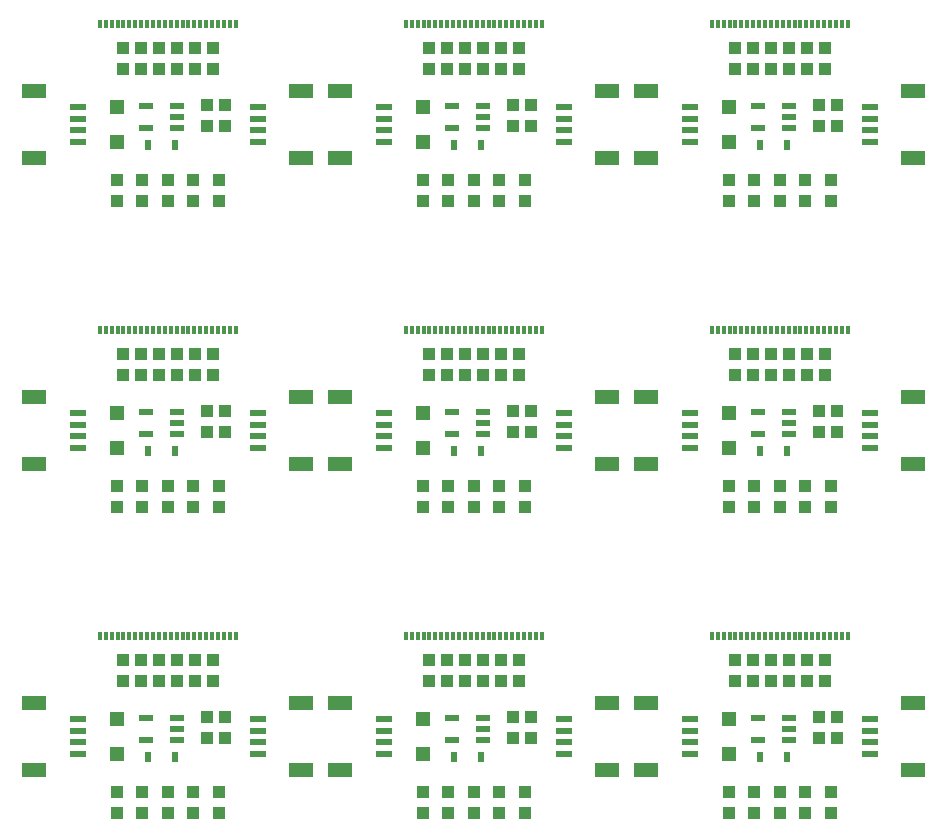
<source format=gtp>
G75*
%MOIN*%
%OFA0B0*%
%FSLAX25Y25*%
%IPPOS*%
%LPD*%
%AMOC8*
5,1,8,0,0,1.08239X$1,22.5*
%
%ADD10R,0.03937X0.04331*%
%ADD11R,0.02480X0.03268*%
%ADD12R,0.07874X0.04724*%
%ADD13R,0.05315X0.02362*%
%ADD14R,0.05118X0.05118*%
%ADD15R,0.01181X0.03150*%
%ADD16R,0.04724X0.02165*%
D10*
X0094144Y0053404D03*
X0094144Y0060096D03*
X0102644Y0060096D03*
X0102644Y0053404D03*
X0111144Y0053404D03*
X0111144Y0060096D03*
X0119644Y0060096D03*
X0119644Y0053404D03*
X0128144Y0053404D03*
X0128144Y0060096D03*
X0130144Y0078404D03*
X0124144Y0078404D03*
X0124144Y0085096D03*
X0130144Y0085096D03*
X0126144Y0097404D03*
X0120144Y0097404D03*
X0114144Y0097404D03*
X0108144Y0097404D03*
X0108144Y0104096D03*
X0114144Y0104096D03*
X0120144Y0104096D03*
X0126144Y0104096D03*
X0102144Y0104096D03*
X0096144Y0104096D03*
X0096144Y0097404D03*
X0102144Y0097404D03*
X0102644Y0155404D03*
X0094144Y0155404D03*
X0094144Y0162096D03*
X0102644Y0162096D03*
X0111144Y0162096D03*
X0111144Y0155404D03*
X0119644Y0155404D03*
X0119644Y0162096D03*
X0128144Y0162096D03*
X0128144Y0155404D03*
X0130144Y0180404D03*
X0124144Y0180404D03*
X0124144Y0187096D03*
X0130144Y0187096D03*
X0126144Y0199404D03*
X0120144Y0199404D03*
X0114144Y0199404D03*
X0108144Y0199404D03*
X0102144Y0199404D03*
X0096144Y0199404D03*
X0096144Y0206096D03*
X0102144Y0206096D03*
X0108144Y0206096D03*
X0114144Y0206096D03*
X0120144Y0206096D03*
X0126144Y0206096D03*
X0128144Y0257404D03*
X0128144Y0264096D03*
X0119644Y0264096D03*
X0119644Y0257404D03*
X0111144Y0257404D03*
X0111144Y0264096D03*
X0102644Y0264096D03*
X0102644Y0257404D03*
X0094144Y0257404D03*
X0094144Y0264096D03*
X0124144Y0282404D03*
X0130144Y0282404D03*
X0130144Y0289096D03*
X0124144Y0289096D03*
X0126144Y0301404D03*
X0120144Y0301404D03*
X0114144Y0301404D03*
X0108144Y0301404D03*
X0108144Y0308096D03*
X0114144Y0308096D03*
X0120144Y0308096D03*
X0126144Y0308096D03*
X0102144Y0308096D03*
X0096144Y0308096D03*
X0096144Y0301404D03*
X0102144Y0301404D03*
X0196144Y0264096D03*
X0196144Y0257404D03*
X0204644Y0257404D03*
X0204644Y0264096D03*
X0213144Y0264096D03*
X0213144Y0257404D03*
X0221644Y0257404D03*
X0221644Y0264096D03*
X0230144Y0264096D03*
X0230144Y0257404D03*
X0232144Y0282404D03*
X0226144Y0282404D03*
X0226144Y0289096D03*
X0232144Y0289096D03*
X0228144Y0301404D03*
X0222144Y0301404D03*
X0216144Y0301404D03*
X0216144Y0308096D03*
X0222144Y0308096D03*
X0228144Y0308096D03*
X0210144Y0308096D03*
X0204144Y0308096D03*
X0198144Y0308096D03*
X0198144Y0301404D03*
X0204144Y0301404D03*
X0210144Y0301404D03*
X0298144Y0264096D03*
X0298144Y0257404D03*
X0306644Y0257404D03*
X0306644Y0264096D03*
X0315144Y0264096D03*
X0315144Y0257404D03*
X0323644Y0257404D03*
X0323644Y0264096D03*
X0332144Y0264096D03*
X0332144Y0257404D03*
X0334144Y0282404D03*
X0328144Y0282404D03*
X0328144Y0289096D03*
X0334144Y0289096D03*
X0330144Y0301404D03*
X0324144Y0301404D03*
X0324144Y0308096D03*
X0330144Y0308096D03*
X0318144Y0308096D03*
X0312144Y0308096D03*
X0306144Y0308096D03*
X0300144Y0308096D03*
X0300144Y0301404D03*
X0306144Y0301404D03*
X0312144Y0301404D03*
X0318144Y0301404D03*
X0318144Y0206096D03*
X0312144Y0206096D03*
X0306144Y0206096D03*
X0300144Y0206096D03*
X0300144Y0199404D03*
X0306144Y0199404D03*
X0312144Y0199404D03*
X0318144Y0199404D03*
X0324144Y0199404D03*
X0330144Y0199404D03*
X0330144Y0206096D03*
X0324144Y0206096D03*
X0328144Y0187096D03*
X0334144Y0187096D03*
X0334144Y0180404D03*
X0328144Y0180404D03*
X0332144Y0162096D03*
X0323644Y0162096D03*
X0323644Y0155404D03*
X0332144Y0155404D03*
X0315144Y0155404D03*
X0315144Y0162096D03*
X0306644Y0162096D03*
X0306644Y0155404D03*
X0298144Y0155404D03*
X0298144Y0162096D03*
X0230144Y0162096D03*
X0230144Y0155404D03*
X0221644Y0155404D03*
X0221644Y0162096D03*
X0213144Y0162096D03*
X0213144Y0155404D03*
X0204644Y0155404D03*
X0204644Y0162096D03*
X0196144Y0162096D03*
X0196144Y0155404D03*
X0226144Y0180404D03*
X0232144Y0180404D03*
X0232144Y0187096D03*
X0226144Y0187096D03*
X0228144Y0199404D03*
X0222144Y0199404D03*
X0216144Y0199404D03*
X0210144Y0199404D03*
X0204144Y0199404D03*
X0198144Y0199404D03*
X0198144Y0206096D03*
X0204144Y0206096D03*
X0210144Y0206096D03*
X0216144Y0206096D03*
X0222144Y0206096D03*
X0228144Y0206096D03*
X0228144Y0104096D03*
X0222144Y0104096D03*
X0216144Y0104096D03*
X0216144Y0097404D03*
X0222144Y0097404D03*
X0228144Y0097404D03*
X0226144Y0085096D03*
X0232144Y0085096D03*
X0232144Y0078404D03*
X0226144Y0078404D03*
X0230144Y0060096D03*
X0230144Y0053404D03*
X0221644Y0053404D03*
X0221644Y0060096D03*
X0213144Y0060096D03*
X0213144Y0053404D03*
X0204644Y0053404D03*
X0204644Y0060096D03*
X0196144Y0060096D03*
X0196144Y0053404D03*
X0198144Y0097404D03*
X0204144Y0097404D03*
X0210144Y0097404D03*
X0210144Y0104096D03*
X0204144Y0104096D03*
X0198144Y0104096D03*
X0298144Y0060096D03*
X0298144Y0053404D03*
X0306644Y0053404D03*
X0306644Y0060096D03*
X0315144Y0060096D03*
X0315144Y0053404D03*
X0323644Y0053404D03*
X0323644Y0060096D03*
X0332144Y0060096D03*
X0332144Y0053404D03*
X0334144Y0078404D03*
X0328144Y0078404D03*
X0328144Y0085096D03*
X0334144Y0085096D03*
X0330144Y0097404D03*
X0324144Y0097404D03*
X0324144Y0104096D03*
X0330144Y0104096D03*
X0318144Y0104096D03*
X0312144Y0104096D03*
X0306144Y0104096D03*
X0300144Y0104096D03*
X0300144Y0097404D03*
X0306144Y0097404D03*
X0312144Y0097404D03*
X0318144Y0097404D03*
D11*
X0317671Y0071750D03*
X0308616Y0071750D03*
X0215671Y0071750D03*
X0206616Y0071750D03*
X0113671Y0071750D03*
X0104616Y0071750D03*
X0104616Y0173750D03*
X0113671Y0173750D03*
X0206616Y0173750D03*
X0215671Y0173750D03*
X0308616Y0173750D03*
X0317671Y0173750D03*
X0317671Y0275750D03*
X0308616Y0275750D03*
X0215671Y0275750D03*
X0206616Y0275750D03*
X0113671Y0275750D03*
X0104616Y0275750D03*
D12*
X0066675Y0067726D03*
X0066675Y0089774D03*
X0155612Y0089774D03*
X0168675Y0089774D03*
X0168675Y0067726D03*
X0155612Y0067726D03*
X0257612Y0067726D03*
X0270675Y0067726D03*
X0270675Y0089774D03*
X0257612Y0089774D03*
X0257612Y0169726D03*
X0270675Y0169726D03*
X0270675Y0191774D03*
X0257612Y0191774D03*
X0168675Y0191774D03*
X0155612Y0191774D03*
X0155612Y0169726D03*
X0168675Y0169726D03*
X0066675Y0169726D03*
X0066675Y0191774D03*
X0066675Y0271726D03*
X0066675Y0293774D03*
X0155612Y0293774D03*
X0168675Y0293774D03*
X0168675Y0271726D03*
X0155612Y0271726D03*
X0257612Y0271726D03*
X0270675Y0271726D03*
X0270675Y0293774D03*
X0257612Y0293774D03*
X0359612Y0293774D03*
X0359612Y0271726D03*
X0359612Y0191774D03*
X0359612Y0169726D03*
X0359612Y0089774D03*
X0359612Y0067726D03*
D13*
X0345144Y0072844D03*
X0345144Y0076781D03*
X0345144Y0080719D03*
X0345144Y0084656D03*
X0285144Y0084656D03*
X0285144Y0080719D03*
X0285144Y0076781D03*
X0285144Y0072844D03*
X0243144Y0072844D03*
X0243144Y0076781D03*
X0243144Y0080719D03*
X0243144Y0084656D03*
X0183144Y0084656D03*
X0183144Y0080719D03*
X0183144Y0076781D03*
X0183144Y0072844D03*
X0141144Y0072844D03*
X0141144Y0076781D03*
X0141144Y0080719D03*
X0141144Y0084656D03*
X0081144Y0084656D03*
X0081144Y0080719D03*
X0081144Y0076781D03*
X0081144Y0072844D03*
X0081144Y0174844D03*
X0081144Y0178781D03*
X0081144Y0182719D03*
X0081144Y0186656D03*
X0141144Y0186656D03*
X0141144Y0182719D03*
X0141144Y0178781D03*
X0141144Y0174844D03*
X0183144Y0174844D03*
X0183144Y0178781D03*
X0183144Y0182719D03*
X0183144Y0186656D03*
X0243144Y0186656D03*
X0243144Y0182719D03*
X0243144Y0178781D03*
X0243144Y0174844D03*
X0285144Y0174844D03*
X0285144Y0178781D03*
X0285144Y0182719D03*
X0285144Y0186656D03*
X0345144Y0186656D03*
X0345144Y0182719D03*
X0345144Y0178781D03*
X0345144Y0174844D03*
X0345144Y0276844D03*
X0345144Y0280781D03*
X0345144Y0284719D03*
X0345144Y0288656D03*
X0285144Y0288656D03*
X0285144Y0284719D03*
X0285144Y0280781D03*
X0285144Y0276844D03*
X0243144Y0276844D03*
X0243144Y0280781D03*
X0243144Y0284719D03*
X0243144Y0288656D03*
X0183144Y0288656D03*
X0183144Y0284719D03*
X0183144Y0280781D03*
X0183144Y0276844D03*
X0141144Y0276844D03*
X0141144Y0280781D03*
X0141144Y0284719D03*
X0141144Y0288656D03*
X0081144Y0288656D03*
X0081144Y0284719D03*
X0081144Y0280781D03*
X0081144Y0276844D03*
D14*
X0094144Y0276844D03*
X0094144Y0288656D03*
X0196144Y0288656D03*
X0196144Y0276844D03*
X0196144Y0186656D03*
X0196144Y0174844D03*
X0094144Y0174844D03*
X0094144Y0186656D03*
X0094144Y0084656D03*
X0094144Y0072844D03*
X0196144Y0072844D03*
X0196144Y0084656D03*
X0298144Y0084656D03*
X0298144Y0072844D03*
X0298144Y0174844D03*
X0298144Y0186656D03*
X0298144Y0276844D03*
X0298144Y0288656D03*
D15*
X0298411Y0316175D03*
X0296443Y0316175D03*
X0294474Y0316175D03*
X0292506Y0316175D03*
X0300380Y0316175D03*
X0302348Y0316175D03*
X0304317Y0316175D03*
X0306285Y0316175D03*
X0308254Y0316175D03*
X0310223Y0316175D03*
X0312191Y0316175D03*
X0314160Y0316175D03*
X0316128Y0316175D03*
X0318097Y0316175D03*
X0320065Y0316175D03*
X0322034Y0316175D03*
X0324002Y0316175D03*
X0325971Y0316175D03*
X0327939Y0316175D03*
X0329908Y0316175D03*
X0331876Y0316175D03*
X0333845Y0316175D03*
X0335813Y0316175D03*
X0337782Y0316175D03*
X0235782Y0316175D03*
X0233813Y0316175D03*
X0231845Y0316175D03*
X0229876Y0316175D03*
X0227908Y0316175D03*
X0225939Y0316175D03*
X0223971Y0316175D03*
X0222002Y0316175D03*
X0220034Y0316175D03*
X0218065Y0316175D03*
X0216097Y0316175D03*
X0214128Y0316175D03*
X0212160Y0316175D03*
X0210191Y0316175D03*
X0208223Y0316175D03*
X0206254Y0316175D03*
X0204285Y0316175D03*
X0202317Y0316175D03*
X0200348Y0316175D03*
X0198380Y0316175D03*
X0196411Y0316175D03*
X0194443Y0316175D03*
X0192474Y0316175D03*
X0190506Y0316175D03*
X0133782Y0316175D03*
X0131813Y0316175D03*
X0129845Y0316175D03*
X0127876Y0316175D03*
X0125908Y0316175D03*
X0123939Y0316175D03*
X0121971Y0316175D03*
X0120002Y0316175D03*
X0118034Y0316175D03*
X0116065Y0316175D03*
X0114097Y0316175D03*
X0112128Y0316175D03*
X0110160Y0316175D03*
X0108191Y0316175D03*
X0106223Y0316175D03*
X0104254Y0316175D03*
X0102285Y0316175D03*
X0100317Y0316175D03*
X0098348Y0316175D03*
X0096380Y0316175D03*
X0094411Y0316175D03*
X0092443Y0316175D03*
X0090474Y0316175D03*
X0088506Y0316175D03*
X0088506Y0214175D03*
X0090474Y0214175D03*
X0092443Y0214175D03*
X0094411Y0214175D03*
X0096380Y0214175D03*
X0098348Y0214175D03*
X0100317Y0214175D03*
X0102285Y0214175D03*
X0104254Y0214175D03*
X0106223Y0214175D03*
X0108191Y0214175D03*
X0110160Y0214175D03*
X0112128Y0214175D03*
X0114097Y0214175D03*
X0116065Y0214175D03*
X0118034Y0214175D03*
X0120002Y0214175D03*
X0121971Y0214175D03*
X0123939Y0214175D03*
X0125908Y0214175D03*
X0127876Y0214175D03*
X0129845Y0214175D03*
X0131813Y0214175D03*
X0133782Y0214175D03*
X0190506Y0214175D03*
X0192474Y0214175D03*
X0194443Y0214175D03*
X0196411Y0214175D03*
X0198380Y0214175D03*
X0200348Y0214175D03*
X0202317Y0214175D03*
X0204285Y0214175D03*
X0206254Y0214175D03*
X0208223Y0214175D03*
X0210191Y0214175D03*
X0212160Y0214175D03*
X0214128Y0214175D03*
X0216097Y0214175D03*
X0218065Y0214175D03*
X0220034Y0214175D03*
X0222002Y0214175D03*
X0223971Y0214175D03*
X0225939Y0214175D03*
X0227908Y0214175D03*
X0229876Y0214175D03*
X0231845Y0214175D03*
X0233813Y0214175D03*
X0235782Y0214175D03*
X0292506Y0214175D03*
X0294474Y0214175D03*
X0296443Y0214175D03*
X0298411Y0214175D03*
X0300380Y0214175D03*
X0302348Y0214175D03*
X0304317Y0214175D03*
X0306285Y0214175D03*
X0308254Y0214175D03*
X0310223Y0214175D03*
X0312191Y0214175D03*
X0314160Y0214175D03*
X0316128Y0214175D03*
X0318097Y0214175D03*
X0320065Y0214175D03*
X0322034Y0214175D03*
X0324002Y0214175D03*
X0325971Y0214175D03*
X0327939Y0214175D03*
X0329908Y0214175D03*
X0331876Y0214175D03*
X0333845Y0214175D03*
X0335813Y0214175D03*
X0337782Y0214175D03*
X0337782Y0112175D03*
X0335813Y0112175D03*
X0333845Y0112175D03*
X0331876Y0112175D03*
X0329908Y0112175D03*
X0327939Y0112175D03*
X0325971Y0112175D03*
X0324002Y0112175D03*
X0322034Y0112175D03*
X0320065Y0112175D03*
X0318097Y0112175D03*
X0316128Y0112175D03*
X0314160Y0112175D03*
X0312191Y0112175D03*
X0310223Y0112175D03*
X0308254Y0112175D03*
X0306285Y0112175D03*
X0304317Y0112175D03*
X0302348Y0112175D03*
X0300380Y0112175D03*
X0298411Y0112175D03*
X0296443Y0112175D03*
X0294474Y0112175D03*
X0292506Y0112175D03*
X0235782Y0112175D03*
X0233813Y0112175D03*
X0231845Y0112175D03*
X0229876Y0112175D03*
X0227908Y0112175D03*
X0225939Y0112175D03*
X0223971Y0112175D03*
X0222002Y0112175D03*
X0220034Y0112175D03*
X0218065Y0112175D03*
X0216097Y0112175D03*
X0214128Y0112175D03*
X0212160Y0112175D03*
X0210191Y0112175D03*
X0208223Y0112175D03*
X0206254Y0112175D03*
X0204285Y0112175D03*
X0202317Y0112175D03*
X0200348Y0112175D03*
X0198380Y0112175D03*
X0196411Y0112175D03*
X0194443Y0112175D03*
X0192474Y0112175D03*
X0190506Y0112175D03*
X0133782Y0112175D03*
X0131813Y0112175D03*
X0129845Y0112175D03*
X0127876Y0112175D03*
X0125908Y0112175D03*
X0123939Y0112175D03*
X0121971Y0112175D03*
X0120002Y0112175D03*
X0118034Y0112175D03*
X0116065Y0112175D03*
X0114097Y0112175D03*
X0112128Y0112175D03*
X0110160Y0112175D03*
X0108191Y0112175D03*
X0106223Y0112175D03*
X0104254Y0112175D03*
X0102285Y0112175D03*
X0100317Y0112175D03*
X0098348Y0112175D03*
X0096380Y0112175D03*
X0094411Y0112175D03*
X0092443Y0112175D03*
X0090474Y0112175D03*
X0088506Y0112175D03*
D16*
X0104025Y0084990D03*
X0104025Y0077510D03*
X0114262Y0077510D03*
X0114262Y0081250D03*
X0114262Y0084990D03*
X0206025Y0084990D03*
X0206025Y0077510D03*
X0216262Y0077510D03*
X0216262Y0081250D03*
X0216262Y0084990D03*
X0308025Y0084990D03*
X0308025Y0077510D03*
X0318262Y0077510D03*
X0318262Y0081250D03*
X0318262Y0084990D03*
X0318262Y0179510D03*
X0318262Y0183250D03*
X0318262Y0186990D03*
X0308025Y0186990D03*
X0308025Y0179510D03*
X0216262Y0179510D03*
X0216262Y0183250D03*
X0216262Y0186990D03*
X0206025Y0186990D03*
X0206025Y0179510D03*
X0114262Y0179510D03*
X0114262Y0183250D03*
X0114262Y0186990D03*
X0104025Y0186990D03*
X0104025Y0179510D03*
X0104025Y0281510D03*
X0104025Y0288990D03*
X0114262Y0288990D03*
X0114262Y0285250D03*
X0114262Y0281510D03*
X0206025Y0281510D03*
X0206025Y0288990D03*
X0216262Y0288990D03*
X0216262Y0285250D03*
X0216262Y0281510D03*
X0308025Y0281510D03*
X0308025Y0288990D03*
X0318262Y0288990D03*
X0318262Y0285250D03*
X0318262Y0281510D03*
M02*

</source>
